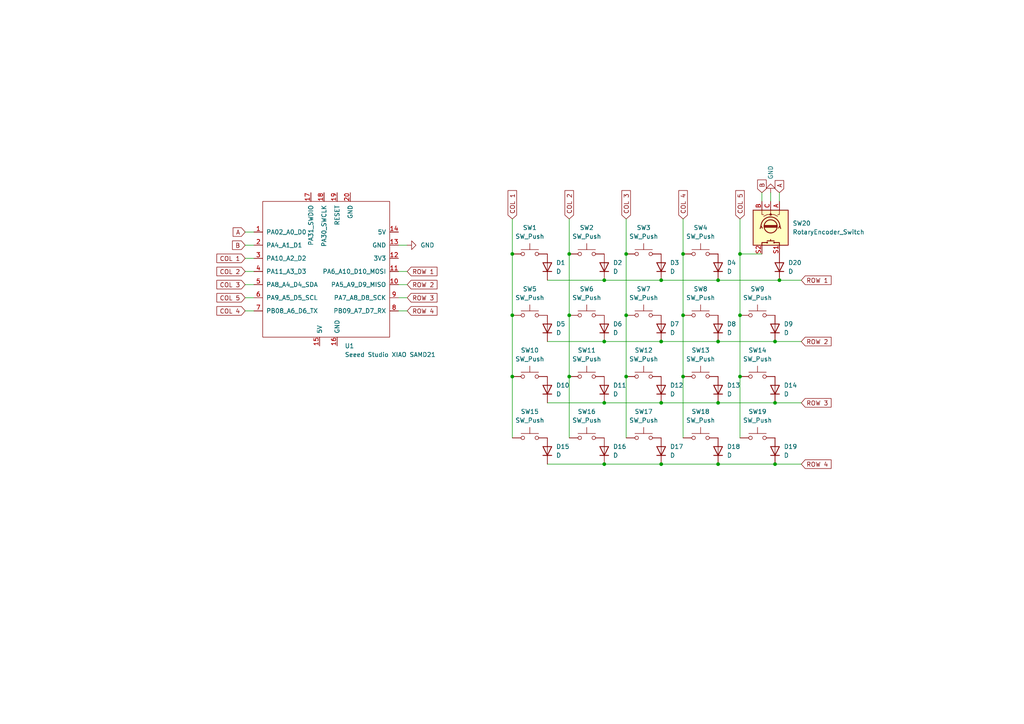
<source format=kicad_sch>
(kicad_sch (version 20231120) (generator "eeschema") (generator_version "8.0")
  (paper "A4")
  (lib_symbols
    (symbol "Device:D" (pin_numbers hide) (pin_names (offset 1.016) hide)
      (property "Reference" "D" (at 0 2.54 0))
      (property "Value" "D" (at 0 -2.54 0))
      (symbol "D_0_1"
        (polyline (pts (xy -1.27 1.27) (xy -1.27 -1.27)) (stroke (width 0.254)))
        (polyline (pts (xy 1.27 0) (xy -1.27 0)))
        (polyline (pts (xy 1.27 1.27) (xy 1.27 -1.27) (xy -1.27 0) (xy 1.27 1.27)) (stroke (width 0.254)))
      )
      (symbol "D_1_1"
        (pin passive line (at -3.81 0 0) (length 2.54) (name "K") (number "1"))
        (pin passive line (at 3.81 0 180) (length 2.54) (name "A") (number "2"))
      )
    )
    (symbol "Device:RotaryEncoder_Switch" (pin_names (offset 0.254) hide)
      (property "Reference" "SW" (at 0 6.604 0))
      (property "Value" "RotaryEncoder_Switch" (at 0 -6.604 0))
      (symbol "RotaryEncoder_Switch_0_1"
        (rectangle (start -5.08 5.08) (end 5.08 -5.08) (stroke (width 0.254)) (fill (type background)))
        (circle (center -3.81 0) (radius 0.254) (fill (type outline)))
        (circle (center -0.381 0) (radius 1.905) (stroke (width 0.254)))
        (arc (start -0.381 2.667) (mid -3.0988 -0.0635) (end -0.381 -2.794) (stroke (width 0.254)))
        (polyline (pts (xy -0.635 -1.778) (xy -0.635 1.778)) (stroke (width 0.254)))
        (polyline (pts (xy -0.381 -1.778) (xy -0.381 1.778)) (stroke (width 0.254)))
        (polyline (pts (xy -0.127 1.778) (xy -0.127 -1.778)) (stroke (width 0.254)))
        (polyline (pts (xy 3.81 0) (xy 3.429 0)) (stroke (width 0.254)))
        (polyline (pts (xy 3.81 1.016) (xy 3.81 -1.016)) (stroke (width 0.254)))
        (polyline (pts (xy -5.08 -2.54) (xy -3.81 -2.54) (xy -3.81 -2.032)))
        (polyline (pts (xy -5.08 2.54) (xy -3.81 2.54) (xy -3.81 2.032)))
        (polyline (pts (xy 0.254 -3.048) (xy -0.508 -2.794) (xy 0.127 -2.413)) (stroke (width 0.254)))
        (polyline (pts (xy 0.254 2.921) (xy -0.508 2.667) (xy 0.127 2.286)) (stroke (width 0.254)))
        (polyline (pts (xy 5.08 -2.54) (xy 4.318 -2.54) (xy 4.318 -1.016)) (stroke (width 0.254)))
        (polyline (pts (xy 5.08 2.54) (xy 4.318 2.54) (xy 4.318 1.016)) (stroke (width 0.254)))
        (polyline (pts (xy -5.08 0) (xy -3.81 0) (xy -3.81 -1.016) (xy -3.302 -2.032)))
        (polyline (pts (xy -4.318 0) (xy -3.81 0) (xy -3.81 1.016) (xy -3.302 2.032)))
        (circle (center 4.318 -1.016) (radius 0.127) (stroke (width 0.254)))
        (circle (center 4.318 1.016) (radius 0.127) (stroke (width 0.254)))
      )
      (symbol "RotaryEncoder_Switch_1_1"
        (pin passive line (at -7.62 2.54 0) (length 2.54) (name "A") (number "A"))
        (pin passive line (at -7.62 -2.54 0) (length 2.54) (name "B") (number "B"))
        (pin passive line (at -7.62 0 0) (length 2.54) (name "C") (number "C"))
        (pin passive line (at 7.62 2.54 180) (length 2.54) (name "S1") (number "S1"))
        (pin passive line (at 7.62 -2.54 180) (length 2.54) (name "S2") (number "S2"))
      )
    )
    (symbol "Seeed_Studio_XIAO_Series:Seeed Studio XIAO SAMD21" (pin_names (offset 1.016))
      (property "Reference" "U" (at -19.05 22.86 0))
      (property "Value" "Seeed Studio XIAO SAMD21" (at -12.7 21.59 0))
      (symbol "Seeed Studio XIAO SAMD21_0_1"
        (rectangle (start -19.05 20.32) (end 17.78 -19.05))
      )
      (symbol "Seeed Studio XIAO SAMD21_1_1"
        (pin unspecified line (at -21.59 11.43 0) (length 2.54) (name "PA02_A0_D0") (number "1"))
        (pin unspecified line (at 20.32 -3.81 180) (length 2.54) (name "PA5_A9_D9_MISO") (number "10"))
        (pin unspecified line (at 20.32 0 180) (length 2.54) (name "PA6_A10_D10_MOSI") (number "11"))
        (pin unspecified line (at 20.32 3.81 180) (length 2.54) (name "3V3") (number "12"))
        (pin unspecified line (at 20.32 7.62 180) (length 2.54) (name "GND") (number "13"))
        (pin unspecified line (at 20.32 11.43 180) (length 2.54) (name "5V") (number "14"))
        (pin input line (at -2.54 -21.59 90) (length 2.54) (name "5V") (number "15"))
        (pin input line (at 2.54 -21.59 90) (length 2.54) (name "GND") (number "16"))
        (pin input line (at -5.08 22.86 270) (length 2.54) (name "PA31_SWDIO") (number "17"))
        (pin input line (at -1.27 22.86 270) (length 2.54) (name "PA30_SWCLK") (number "18"))
        (pin input line (at 2.54 22.86 270) (length 2.54) (name "RESET") (number "19"))
        (pin unspecified line (at -21.59 7.62 0) (length 2.54) (name "PA4_A1_D1") (number "2"))
        (pin input line (at 6.35 22.86 270) (length 2.54) (name "GND") (number "20"))
        (pin unspecified line (at -21.59 3.81 0) (length 2.54) (name "PA10_A2_D2") (number "3"))
        (pin unspecified line (at -21.59 0 0) (length 2.54) (name "PA11_A3_D3") (number "4"))
        (pin unspecified line (at -21.59 -3.81 0) (length 2.54) (name "PA8_A4_D4_SDA") (number "5"))
        (pin unspecified line (at -21.59 -7.62 0) (length 2.54) (name "PA9_A5_D5_SCL") (number "6"))
        (pin unspecified line (at -21.59 -11.43 0) (length 2.54) (name "PB08_A6_D6_TX") (number "7"))
        (pin unspecified line (at 20.32 -11.43 180) (length 2.54) (name "PB09_A7_D7_RX") (number "8"))
        (pin unspecified line (at 20.32 -7.62 180) (length 2.54) (name "PA7_A8_D8_SCK") (number "9"))
      )
    )
    (symbol "Switch:SW_Push" (pin_numbers hide) (pin_names (offset 1.016) hide)
      (property "Reference" "SW" (at 1.27 2.54 0))
      (property "Value" "SW_Push" (at 0 -1.524 0))
      (symbol "SW_Push_0_1"
        (circle (center -2.032 0) (radius 0.508))
        (polyline (pts (xy 0 1.27) (xy 0 3.048)))
        (polyline (pts (xy 2.54 1.27) (xy -2.54 1.27)))
        (circle (center 2.032 0) (radius 0.508))
        (pin passive line (at -5.08 0 0) (length 2.54) (name "1") (number "1"))
        (pin passive line (at 5.08 0 180) (length 2.54) (name "2") (number "2"))
      )
    )
    (symbol "power:GND" (power) (pin_numbers hide) (pin_names (offset 0) hide)
      (property "Value" "GND" (at 0 -3.81 0))
      (symbol "GND_0_1"
        (polyline (pts (xy 0 0) (xy 0 -1.27) (xy 1.27 -1.27) (xy 0 -2.54) (xy -1.27 -1.27) (xy 0 -1.27)))
      )
      (symbol "GND_1_1"
        (pin power_in line (at 0 0 270) (length 0) (name "~") (number "1"))
      )
    )
  )
  (junction (at 165.1 73.66))
  (junction (at 214.63 73.66))
  (junction (at 214.63 109.22))
  (junction (at 198.12 91.44))
  (junction (at 165.1 91.44))
  (junction (at 148.59 73.66))
  (junction (at 181.61 73.66))
  (junction (at 175.26 134.62))
  (junction (at 148.59 109.22))
  (junction (at 198.12 73.66))
  (junction (at 214.63 91.44))
  (junction (at 208.28 134.62))
  (junction (at 198.12 109.22))
  (junction (at 191.77 99.06))
  (junction (at 175.26 81.28))
  (junction (at 224.79 99.06))
  (junction (at 224.79 116.84))
  (junction (at 208.28 81.28))
  (junction (at 208.28 116.84))
  (junction (at 181.61 109.22))
  (junction (at 175.26 116.84))
  (junction (at 191.77 134.62))
  (junction (at 226.06 81.28))
  (junction (at 224.79 134.62))
  (junction (at 165.1 109.22))
  (junction (at 148.59 91.44))
  (junction (at 175.26 99.06))
  (junction (at 181.61 91.44))
  (junction (at 208.28 99.06))
  (junction (at 191.77 116.84))
  (junction (at 191.77 81.28))
  (wire (pts (xy 71.12 82.55) (xy 73.66 82.55)))
  (wire (pts (xy 181.61 63.5) (xy 181.61 73.66)))
  (wire (pts (xy 226.06 58.42) (xy 226.06 55.88)))
  (wire (pts (xy 148.59 73.66) (xy 148.59 91.44)))
  (wire (pts (xy 208.28 99.06) (xy 224.79 99.06)))
  (wire (pts (xy 214.63 109.22) (xy 214.63 127)))
  (wire (pts (xy 224.79 99.06) (xy 232.41 99.06)))
  (wire (pts (xy 198.12 109.22) (xy 198.12 127)))
  (wire (pts (xy 175.26 116.84) (xy 191.77 116.84)))
  (wire (pts (xy 158.75 81.28) (xy 175.26 81.28)))
  (wire (pts (xy 181.61 73.66) (xy 181.61 91.44)))
  (wire (pts (xy 214.63 63.5) (xy 214.63 73.66)))
  (wire (pts (xy 191.77 99.06) (xy 208.28 99.06)))
  (wire (pts (xy 158.75 116.84) (xy 175.26 116.84)))
  (wire (pts (xy 224.79 116.84) (xy 232.41 116.84)))
  (wire (pts (xy 165.1 63.5) (xy 165.1 73.66)))
  (wire (pts (xy 115.57 71.12) (xy 118.11 71.12)))
  (wire (pts (xy 181.61 109.22) (xy 181.61 127)))
  (wire (pts (xy 208.28 134.62) (xy 224.79 134.62)))
  (wire (pts (xy 71.12 90.17) (xy 73.66 90.17)))
  (wire (pts (xy 148.59 63.5) (xy 148.59 73.66)))
  (wire (pts (xy 198.12 73.66) (xy 198.12 91.44)))
  (wire (pts (xy 115.57 82.55) (xy 118.11 82.55)))
  (wire (pts (xy 214.63 73.66) (xy 214.63 91.44)))
  (wire (pts (xy 115.57 90.17) (xy 118.11 90.17)))
  (wire (pts (xy 198.12 63.5) (xy 198.12 73.66)))
  (wire (pts (xy 191.77 81.28) (xy 208.28 81.28)))
  (wire (pts (xy 71.12 67.31) (xy 73.66 67.31)))
  (wire (pts (xy 71.12 78.74) (xy 73.66 78.74)))
  (wire (pts (xy 226.06 81.28) (xy 232.41 81.28)))
  (wire (pts (xy 214.63 73.66) (xy 220.98 73.66)))
  (wire (pts (xy 198.12 91.44) (xy 198.12 109.22)))
  (wire (pts (xy 175.26 134.62) (xy 191.77 134.62)))
  (wire (pts (xy 148.59 91.44) (xy 148.59 109.22)))
  (wire (pts (xy 165.1 73.66) (xy 165.1 91.44)))
  (wire (pts (xy 148.59 109.22) (xy 148.59 127)))
  (wire (pts (xy 191.77 116.84) (xy 208.28 116.84)))
  (wire (pts (xy 191.77 134.62) (xy 208.28 134.62)))
  (wire (pts (xy 223.52 58.42) (xy 223.52 55.88)))
  (wire (pts (xy 224.79 134.62) (xy 232.41 134.62)))
  (wire (pts (xy 208.28 116.84) (xy 224.79 116.84)))
  (wire (pts (xy 208.28 81.28) (xy 226.06 81.28)))
  (wire (pts (xy 71.12 86.36) (xy 73.66 86.36)))
  (wire (pts (xy 175.26 81.28) (xy 191.77 81.28)))
  (wire (pts (xy 71.12 71.12) (xy 73.66 71.12)))
  (wire (pts (xy 214.63 91.44) (xy 214.63 109.22)))
  (wire (pts (xy 165.1 109.22) (xy 165.1 127)))
  (wire (pts (xy 158.75 99.06) (xy 175.26 99.06)))
  (wire (pts (xy 220.98 58.42) (xy 220.98 55.88)))
  (wire (pts (xy 115.57 78.74) (xy 118.11 78.74)))
  (wire (pts (xy 115.57 86.36) (xy 118.11 86.36)))
  (wire (pts (xy 165.1 91.44) (xy 165.1 109.22)))
  (wire (pts (xy 175.26 99.06) (xy 191.77 99.06)))
  (wire (pts (xy 181.61 91.44) (xy 181.61 109.22)))
  (wire (pts (xy 71.12 74.93) (xy 73.66 74.93)))
  (wire (pts (xy 158.75 134.62) (xy 175.26 134.62)))
  (global_label "ROW 4" (shape input) (at 232.41 134.62 0) (property "Intersheetrefs" "${INTERSHEET_REFS}" (effects (hide yes))))
  (global_label "ROW 4" (shape input) (at 118.11 90.17 0) (property "Intersheetrefs" "${INTERSHEET_REFS}" (effects (hide yes))))
  (global_label "ROW 2" (shape input) (at 232.41 99.06 0) (property "Intersheetrefs" "${INTERSHEET_REFS}" (effects (hide yes))))
  (global_label "COL 5" (shape input) (at 71.12 86.36 180) (property "Intersheetrefs" "${INTERSHEET_REFS}" (effects (hide yes))))
  (global_label "ROW 2" (shape input) (at 118.11 82.55 0) (property "Intersheetrefs" "${INTERSHEET_REFS}" (effects (hide yes))))
  (global_label "A" (shape input) (at 226.06 55.88 90) (property "Intersheetrefs" "${INTERSHEET_REFS}" (effects (hide yes))))
  (global_label "COL 3" (shape input) (at 71.12 82.55 180) (property "Intersheetrefs" "${INTERSHEET_REFS}" (effects (hide yes))))
  (global_label "COL 2" (shape input) (at 71.12 78.74 180) (property "Intersheetrefs" "${INTERSHEET_REFS}" (effects (hide yes))))
  (global_label "ROW 1" (shape input) (at 118.11 78.74 0) (property "Intersheetrefs" "${INTERSHEET_REFS}" (effects (hide yes))))
  (global_label "COL 4" (shape input) (at 71.12 90.17 180) (property "Intersheetrefs" "${INTERSHEET_REFS}" (effects (hide yes))))
  (global_label "COL 3" (shape input) (at 181.61 63.5 90) (property "Intersheetrefs" "${INTERSHEET_REFS}" (effects (hide yes))))
  (global_label "COL 1" (shape input) (at 148.59 63.5 90) (property "Intersheetrefs" "${INTERSHEET_REFS}" (effects (hide yes))))
  (global_label "B" (shape input) (at 220.98 55.88 90) (property "Intersheetrefs" "${INTERSHEET_REFS}" (effects (hide yes))))
  (global_label "COL 4" (shape input) (at 198.12 63.5 90) (property "Intersheetrefs" "${INTERSHEET_REFS}" (effects (hide yes))))
  (global_label "COL 1" (shape input) (at 71.12 74.93 180) (property "Intersheetrefs" "${INTERSHEET_REFS}" (effects (hide yes))))
  (global_label "B" (shape input) (at 71.12 71.12 180) (property "Intersheetrefs" "${INTERSHEET_REFS}" (effects (hide yes))))
  (global_label "ROW 1" (shape input) (at 232.41 81.28 0) (property "Intersheetrefs" "${INTERSHEET_REFS}" (effects (hide yes))))
  (global_label "ROW 3" (shape input) (at 232.41 116.84 0) (property "Intersheetrefs" "${INTERSHEET_REFS}" (effects (hide yes))))
  (global_label "ROW 3" (shape input) (at 118.11 86.36 0) (property "Intersheetrefs" "${INTERSHEET_REFS}" (effects (hide yes))))
  (global_label "COL 5" (shape input) (at 214.63 63.5 90) (property "Intersheetrefs" "${INTERSHEET_REFS}" (effects (hide yes))))
  (global_label "COL 2" (shape input) (at 165.1 63.5 90) (property "Intersheetrefs" "${INTERSHEET_REFS}" (effects (hide yes))))
  (global_label "A" (shape input) (at 71.12 67.31 180) (property "Intersheetrefs" "${INTERSHEET_REFS}" (effects (hide yes))))
  (symbol (lib_id "Switch:SW_Push") (at 153.67 73.66 0) (unit 1)
    (property "Reference" "SW1" (at 153.67 66.04 0))
    (property "Value" "SW_Push" (at 153.67 68.58 0))
    (property "Footprint" "Button_Switch_Keyboard:SW_Cherry_MX_1.00u_PCB_3D" (effects (hide yes)))
    (property "Description" "Push button switch, generic, two pins" (effects (hide yes)))
  )
  (symbol (lib_id "Switch:SW_Push") (at 203.2 91.44 0) (unit 1)
    (property "Reference" "SW8" (at 203.2 83.82 0))
    (property "Value" "SW_Push" (at 203.2 86.36 0))
    (property "Footprint" "Button_Switch_Keyboard:SW_Cherry_MX_1.00u_PCB_3D" (effects (hide yes)))
    (property "Description" "Push button switch, generic, two pins" (effects (hide yes)))
  )
  (symbol (lib_id "Device:D") (at 226.06 77.47 90) (unit 1)
    (property "Reference" "D20" (at 228.6 76.1999 90) (effects (justify right)))
    (property "Value" "D" (at 228.6 78.7399 90) (effects (justify right)))
    (property "Footprint" "Diode_THT:D_DO-35_SOD27_P7.62mm_Horizontal" (effects (hide yes)))
    (property "Description" "Diode" (effects (hide yes)))
    (property "Sim.Device" "D" (effects (hide yes)))
    (property "Sim.Pins" "1=K 2=A" (effects (hide yes)))
  )
  (symbol (lib_id "Switch:SW_Push") (at 170.18 127 0) (unit 1)
    (property "Reference" "SW16" (at 170.18 119.38 0))
    (property "Value" "SW_Push" (at 170.18 121.92 0))
    (property "Footprint" "Button_Switch_Keyboard:SW_Cherry_MX_1.00u_PCB_3D" (effects (hide yes)))
    (property "Description" "Push button switch, generic, two pins" (effects (hide yes)))
  )
  (symbol (lib_id "Switch:SW_Push") (at 203.2 73.66 0) (unit 1)
    (property "Reference" "SW4" (at 203.2 66.04 0))
    (property "Value" "SW_Push" (at 203.2 68.58 0))
    (property "Footprint" "Button_Switch_Keyboard:SW_Cherry_MX_1.00u_PCB_3D" (effects (hide yes)))
    (property "Description" "Push button switch, generic, two pins" (effects (hide yes)))
  )
  (symbol (lib_id "Switch:SW_Push") (at 203.2 127 0) (unit 1)
    (property "Reference" "SW18" (at 203.2 119.38 0))
    (property "Value" "SW_Push" (at 203.2 121.92 0))
    (property "Footprint" "Button_Switch_Keyboard:SW_Cherry_MX_1.00u_PCB_3D" (effects (hide yes)))
    (property "Description" "Push button switch, generic, two pins" (effects (hide yes)))
  )
  (symbol (lib_id "Device:D") (at 191.77 77.47 90) (unit 1)
    (property "Reference" "D3" (at 194.31 76.1999 90) (effects (justify right)))
    (property "Value" "D" (at 194.31 78.7399 90) (effects (justify right)))
    (property "Footprint" "Diode_THT:D_DO-35_SOD27_P7.62mm_Horizontal" (effects (hide yes)))
    (property "Description" "Diode" (effects (hide yes)))
    (property "Sim.Device" "D" (effects (hide yes)))
    (property "Sim.Pins" "1=K 2=A" (effects (hide yes)))
  )
  (symbol (lib_id "Device:D") (at 208.28 77.47 90) (unit 1)
    (property "Reference" "D4" (at 210.82 76.1999 90) (effects (justify right)))
    (property "Value" "D" (at 210.82 78.7399 90) (effects (justify right)))
    (property "Footprint" "Diode_THT:D_DO-35_SOD27_P7.62mm_Horizontal" (effects (hide yes)))
    (property "Description" "Diode" (effects (hide yes)))
    (property "Sim.Device" "D" (effects (hide yes)))
    (property "Sim.Pins" "1=K 2=A" (effects (hide yes)))
  )
  (symbol (lib_id "Device:D") (at 191.77 130.81 90) (unit 1)
    (property "Reference" "D17" (at 194.31 129.5399 90) (effects (justify right)))
    (property "Value" "D" (at 194.31 132.0799 90) (effects (justify right)))
    (property "Footprint" "Diode_THT:D_DO-35_SOD27_P7.62mm_Horizontal" (effects (hide yes)))
    (property "Description" "Diode" (effects (hide yes)))
    (property "Sim.Device" "D" (effects (hide yes)))
    (property "Sim.Pins" "1=K 2=A" (effects (hide yes)))
  )
  (symbol (lib_id "Device:D") (at 191.77 95.25 90) (unit 1)
    (property "Reference" "D7" (at 194.31 93.9799 90) (effects (justify right)))
    (property "Value" "D" (at 194.31 96.5199 90) (effects (justify right)))
    (property "Footprint" "Diode_THT:D_DO-35_SOD27_P7.62mm_Horizontal" (effects (hide yes)))
    (property "Description" "Diode" (effects (hide yes)))
    (property "Sim.Device" "D" (effects (hide yes)))
    (property "Sim.Pins" "1=K 2=A" (effects (hide yes)))
  )
  (symbol (lib_id "Switch:SW_Push") (at 170.18 73.66 0) (unit 1)
    (property "Reference" "SW2" (at 170.18 66.04 0))
    (property "Value" "SW_Push" (at 170.18 68.58 0))
    (property "Footprint" "Button_Switch_Keyboard:SW_Cherry_MX_1.00u_PCB_3D" (effects (hide yes)))
    (property "Description" "Push button switch, generic, two pins" (effects (hide yes)))
  )
  (symbol (lib_id "Device:D") (at 158.75 113.03 90) (unit 1)
    (property "Reference" "D10" (at 161.29 111.7599 90) (effects (justify right)))
    (property "Value" "D" (at 161.29 114.2999 90) (effects (justify right)))
    (property "Footprint" "Diode_THT:D_DO-35_SOD27_P7.62mm_Horizontal" (effects (hide yes)))
    (property "Description" "Diode" (effects (hide yes)))
    (property "Sim.Device" "D" (effects (hide yes)))
    (property "Sim.Pins" "1=K 2=A" (effects (hide yes)))
  )
  (symbol (lib_id "Device:D") (at 208.28 113.03 90) (unit 1)
    (property "Reference" "D13" (at 210.82 111.7599 90) (effects (justify right)))
    (property "Value" "D" (at 210.82 114.2999 90) (effects (justify right)))
    (property "Footprint" "Diode_THT:D_DO-35_SOD27_P7.62mm_Horizontal" (effects (hide yes)))
    (property "Description" "Diode" (effects (hide yes)))
    (property "Sim.Device" "D" (effects (hide yes)))
    (property "Sim.Pins" "1=K 2=A" (effects (hide yes)))
  )
  (symbol (lib_id "power:GND") (at 118.11 71.12 90) (unit 1)
    (property "Reference" "#PWR02" (effects (hide yes)))
    (property "Value" "GND" (at 121.92 71.1199 90) (effects (justify right)))
    (property "Description" "Power symbol creates a global label with name \"GND\" , ground" (effects (hide yes)))
  )
  (symbol (lib_id "Device:D") (at 175.26 113.03 90) (unit 1)
    (property "Reference" "D11" (at 177.8 111.7599 90) (effects (justify right)))
    (property "Value" "D" (at 177.8 114.2999 90) (effects (justify right)))
    (property "Footprint" "Diode_THT:D_DO-35_SOD27_P7.62mm_Horizontal" (effects (hide yes)))
    (property "Description" "Diode" (effects (hide yes)))
    (property "Sim.Device" "D" (effects (hide yes)))
    (property "Sim.Pins" "1=K 2=A" (effects (hide yes)))
  )
  (symbol (lib_id "Switch:SW_Push") (at 186.69 73.66 0) (unit 1)
    (property "Reference" "SW3" (at 186.69 66.04 0))
    (property "Value" "SW_Push" (at 186.69 68.58 0))
    (property "Footprint" "Button_Switch_Keyboard:SW_Cherry_MX_1.00u_PCB_3D" (effects (hide yes)))
    (property "Description" "Push button switch, generic, two pins" (effects (hide yes)))
  )
  (symbol (lib_id "Device:D") (at 158.75 77.47 90) (unit 1)
    (property "Reference" "D1" (at 161.29 76.1999 90) (effects (justify right)))
    (property "Value" "D" (at 161.29 78.7399 90) (effects (justify right)))
    (property "Footprint" "Diode_THT:D_DO-35_SOD27_P7.62mm_Horizontal" (effects (hide yes)))
    (property "Description" "Diode" (effects (hide yes)))
    (property "Sim.Device" "D" (effects (hide yes)))
    (property "Sim.Pins" "1=K 2=A" (effects (hide yes)))
  )
  (symbol (lib_id "Device:D") (at 191.77 113.03 90) (unit 1)
    (property "Reference" "D12" (at 194.31 111.7599 90) (effects (justify right)))
    (property "Value" "D" (at 194.31 114.2999 90) (effects (justify right)))
    (property "Footprint" "Diode_THT:D_DO-35_SOD27_P7.62mm_Horizontal" (effects (hide yes)))
    (property "Description" "Diode" (effects (hide yes)))
    (property "Sim.Device" "D" (effects (hide yes)))
    (property "Sim.Pins" "1=K 2=A" (effects (hide yes)))
  )
  (symbol (lib_id "Device:D") (at 175.26 130.81 90) (unit 1)
    (property "Reference" "D16" (at 177.8 129.5399 90) (effects (justify right)))
    (property "Value" "D" (at 177.8 132.0799 90) (effects (justify right)))
    (property "Footprint" "Diode_THT:D_DO-35_SOD27_P7.62mm_Horizontal" (effects (hide yes)))
    (property "Description" "Diode" (effects (hide yes)))
    (property "Sim.Device" "D" (effects (hide yes)))
    (property "Sim.Pins" "1=K 2=A" (effects (hide yes)))
  )
  (symbol (lib_id "Switch:SW_Push") (at 170.18 109.22 0) (unit 1)
    (property "Reference" "SW11" (at 170.18 101.6 0))
    (property "Value" "SW_Push" (at 170.18 104.14 0))
    (property "Footprint" "Button_Switch_Keyboard:SW_Cherry_MX_1.00u_PCB_3D" (effects (hide yes)))
    (property "Description" "Push button switch, generic, two pins" (effects (hide yes)))
  )
  (symbol (lib_id "Device:D") (at 158.75 130.81 90) (unit 1)
    (property "Reference" "D15" (at 161.29 129.5399 90) (effects (justify right)))
    (property "Value" "D" (at 161.29 132.0799 90) (effects (justify right)))
    (property "Footprint" "Diode_THT:D_DO-35_SOD27_P7.62mm_Horizontal" (effects (hide yes)))
    (property "Description" "Diode" (effects (hide yes)))
    (property "Sim.Device" "D" (effects (hide yes)))
    (property "Sim.Pins" "1=K 2=A" (effects (hide yes)))
  )
  (symbol (lib_id "power:GND") (at 223.52 55.88 180) (unit 1)
    (property "Reference" "#PWR03" (effects (hide yes)))
    (property "Value" "GND" (at 223.5199 52.07 90) (effects (justify right)))
    (property "Description" "Power symbol creates a global label with name \"GND\" , ground" (effects (hide yes)))
  )
  (symbol (lib_id "Switch:SW_Push") (at 186.69 91.44 0) (unit 1)
    (property "Reference" "SW7" (at 186.69 83.82 0))
    (property "Value" "SW_Push" (at 186.69 86.36 0))
    (property "Footprint" "Button_Switch_Keyboard:SW_Cherry_MX_1.00u_PCB_3D" (effects (hide yes)))
    (property "Description" "Push button switch, generic, two pins" (effects (hide yes)))
  )
  (symbol (lib_id "Switch:SW_Push") (at 219.71 91.44 0) (unit 1)
    (property "Reference" "SW9" (at 219.71 83.82 0))
    (property "Value" "SW_Push" (at 219.71 86.36 0))
    (property "Footprint" "Button_Switch_Keyboard:SW_Cherry_MX_1.00u_PCB_3D" (effects (hide yes)))
    (property "Description" "Push button switch, generic, two pins" (effects (hide yes)))
  )
  (symbol (lib_id "Device:D") (at 175.26 95.25 90) (unit 1)
    (property "Reference" "D6" (at 177.8 93.9799 90) (effects (justify right)))
    (property "Value" "D" (at 177.8 96.5199 90) (effects (justify right)))
    (property "Footprint" "Diode_THT:D_DO-35_SOD27_P7.62mm_Horizontal" (effects (hide yes)))
    (property "Description" "Diode" (effects (hide yes)))
    (property "Sim.Device" "D" (effects (hide yes)))
    (property "Sim.Pins" "1=K 2=A" (effects (hide yes)))
  )
  (symbol (lib_id "Switch:SW_Push") (at 203.2 109.22 0) (unit 1)
    (property "Reference" "SW13" (at 203.2 101.6 0))
    (property "Value" "SW_Push" (at 203.2 104.14 0))
    (property "Footprint" "Button_Switch_Keyboard:SW_Cherry_MX_1.00u_PCB_3D" (effects (hide yes)))
    (property "Description" "Push button switch, generic, two pins" (effects (hide yes)))
  )
  (symbol (lib_id "Switch:SW_Push") (at 186.69 127 0) (unit 1)
    (property "Reference" "SW17" (at 186.69 119.38 0))
    (property "Value" "SW_Push" (at 186.69 121.92 0))
    (property "Footprint" "Button_Switch_Keyboard:SW_Cherry_MX_1.00u_PCB_3D" (effects (hide yes)))
    (property "Description" "Push button switch, generic, two pins" (effects (hide yes)))
  )
  (symbol (lib_id "Switch:SW_Push") (at 153.67 127 0) (unit 1)
    (property "Reference" "SW15" (at 153.67 119.38 0))
    (property "Value" "SW_Push" (at 153.67 121.92 0))
    (property "Footprint" "Button_Switch_Keyboard:SW_Cherry_MX_1.00u_PCB_3D" (effects (hide yes)))
    (property "Description" "Push button switch, generic, two pins" (effects (hide yes)))
  )
  (symbol (lib_id "Device:D") (at 224.79 130.81 90) (unit 1)
    (property "Reference" "D19" (at 227.33 129.5399 90) (effects (justify right)))
    (property "Value" "D" (at 227.33 132.0799 90) (effects (justify right)))
    (property "Footprint" "Diode_THT:D_DO-35_SOD27_P7.62mm_Horizontal" (effects (hide yes)))
    (property "Description" "Diode" (effects (hide yes)))
    (property "Sim.Device" "D" (effects (hide yes)))
    (property "Sim.Pins" "1=K 2=A" (effects (hide yes)))
  )
  (symbol (lib_id "Switch:SW_Push") (at 170.18 91.44 0) (unit 1)
    (property "Reference" "SW6" (at 170.18 83.82 0))
    (property "Value" "SW_Push" (at 170.18 86.36 0))
    (property "Footprint" "Button_Switch_Keyboard:SW_Cherry_MX_1.00u_PCB_3D" (effects (hide yes)))
    (property "Description" "Push button switch, generic, two pins" (effects (hide yes)))
  )
  (symbol (lib_id "Device:D") (at 175.26 77.47 90) (unit 1)
    (property "Reference" "D2" (at 177.8 76.1999 90) (effects (justify right)))
    (property "Value" "D" (at 177.8 78.7399 90) (effects (justify right)))
    (property "Footprint" "Diode_THT:D_DO-35_SOD27_P7.62mm_Horizontal" (effects (hide yes)))
    (property "Description" "Diode" (effects (hide yes)))
    (property "Sim.Device" "D" (effects (hide yes)))
    (property "Sim.Pins" "1=K 2=A" (effects (hide yes)))
  )
  (symbol (lib_id "Device:D") (at 208.28 95.25 90) (unit 1)
    (property "Reference" "D8" (at 210.82 93.9799 90) (effects (justify right)))
    (property "Value" "D" (at 210.82 96.5199 90) (effects (justify right)))
    (property "Footprint" "Diode_THT:D_DO-35_SOD27_P7.62mm_Horizontal" (effects (hide yes)))
    (property "Description" "Diode" (effects (hide yes)))
    (property "Sim.Device" "D" (effects (hide yes)))
    (property "Sim.Pins" "1=K 2=A" (effects (hide yes)))
  )
  (symbol (lib_id "Device:D") (at 224.79 113.03 90) (unit 1)
    (property "Reference" "D14" (at 227.33 111.7599 90) (effects (justify right)))
    (property "Value" "D" (at 227.33 114.2999 90) (effects (justify right)))
    (property "Footprint" "Diode_THT:D_DO-35_SOD27_P7.62mm_Horizontal" (effects (hide yes)))
    (property "Description" "Diode" (effects (hide yes)))
    (property "Sim.Device" "D" (effects (hide yes)))
    (property "Sim.Pins" "1=K 2=A" (effects (hide yes)))
  )
  (symbol (lib_id "Switch:SW_Push") (at 219.71 127 0) (unit 1)
    (property "Reference" "SW19" (at 219.71 119.38 0))
    (property "Value" "SW_Push" (at 219.71 121.92 0))
    (property "Footprint" "Button_Switch_Keyboard:SW_Cherry_MX_1.00u_PCB_3D" (effects (hide yes)))
    (property "Description" "Push button switch, generic, two pins" (effects (hide yes)))
  )
  (symbol (lib_id "Switch:SW_Push") (at 153.67 109.22 0) (unit 1)
    (property "Reference" "SW10" (at 153.67 101.6 0))
    (property "Value" "SW_Push" (at 153.67 104.14 0))
    (property "Footprint" "Button_Switch_Keyboard:SW_Cherry_MX_1.00u_PCB_3D" (effects (hide yes)))
    (property "Description" "Push button switch, generic, two pins" (effects (hide yes)))
  )
  (symbol (lib_id "Seeed_Studio_XIAO_Series:Seeed Studio XIAO SAMD21") (at 95.25 78.74 0) (unit 1)
    (property "Reference" "U1" (at 99.9841 100.33 0) (effects (justify left)))
    (property "Value" "Seeed Studio XIAO SAMD21" (at 99.9841 102.87 0) (effects (justify left)))
    (property "Footprint" "Seeed Studio XIAO Series Library:XIAO-Generic-Thruhole-14P-2.54-21X17.8MM_3D" (effects (hide yes)))
  )
  (symbol (lib_id "Device:RotaryEncoder_Switch") (at 223.52 66.04 270) (unit 1)
    (property "Reference" "SW20" (at 229.87 64.7699 90) (effects (justify left)))
    (property "Value" "RotaryEncoder_Switch" (at 229.87 67.3099 90) (effects (justify left)))
    (property "Footprint" "Rotary_Encoder:RotaryEncoder_Alps_EC11E-Switch_Vertical_H20mm_3D" (effects (hide yes)))
    (property "Description" "Rotary encoder, dual channel, incremental quadrate outputs, with switch" (effects (hide yes)))
  )
  (symbol (lib_id "Device:D") (at 208.28 130.81 90) (unit 1)
    (property "Reference" "D18" (at 210.82 129.5399 90) (effects (justify right)))
    (property "Value" "D" (at 210.82 132.0799 90) (effects (justify right)))
    (property "Footprint" "Diode_THT:D_DO-35_SOD27_P7.62mm_Horizontal" (effects (hide yes)))
    (property "Description" "Diode" (effects (hide yes)))
    (property "Sim.Device" "D" (effects (hide yes)))
    (property "Sim.Pins" "1=K 2=A" (effects (hide yes)))
  )
  (symbol (lib_id "Switch:SW_Push") (at 219.71 109.22 0) (unit 1)
    (property "Reference" "SW14" (at 219.71 101.6 0))
    (property "Value" "SW_Push" (at 219.71 104.14 0))
    (property "Footprint" "Button_Switch_Keyboard:SW_Cherry_MX_1.00u_PCB_3D" (effects (hide yes)))
    (property "Description" "Push button switch, generic, two pins" (effects (hide yes)))
  )
  (symbol (lib_id "Switch:SW_Push") (at 186.69 109.22 0) (unit 1)
    (property "Reference" "SW12" (at 186.69 101.6 0))
    (property "Value" "SW_Push" (at 186.69 104.14 0))
    (property "Footprint" "Button_Switch_Keyboard:SW_Cherry_MX_1.00u_PCB_3D" (effects (hide yes)))
    (property "Description" "Push button switch, generic, two pins" (effects (hide yes)))
  )
  (symbol (lib_id "Device:D") (at 224.79 95.25 90) (unit 1)
    (property "Reference" "D9" (at 227.33 93.9799 90) (effects (justify right)))
    (property "Value" "D" (at 227.33 96.5199 90) (effects (justify right)))
    (property "Footprint" "Diode_THT:D_DO-35_SOD27_P7.62mm_Horizontal" (effects (hide yes)))
    (property "Description" "Diode" (effects (hide yes)))
    (property "Sim.Device" "D" (effects (hide yes)))
    (property "Sim.Pins" "1=K 2=A" (effects (hide yes)))
  )
  (symbol (lib_id "Device:D") (at 158.75 95.25 90) (unit 1)
    (property "Reference" "D5" (at 161.29 93.9799 90) (effects (justify right)))
    (property "Value" "D" (at 161.29 96.5199 90) (effects (justify right)))
    (property "Footprint" "Diode_THT:D_DO-35_SOD27_P7.62mm_Horizontal" (effects (hide yes)))
    (property "Description" "Diode" (effects (hide yes)))
    (property "Sim.Device" "D" (effects (hide yes)))
    (property "Sim.Pins" "1=K 2=A" (effects (hide yes)))
  )
  (symbol (lib_id "Switch:SW_Push") (at 153.67 91.44 0) (unit 1)
    (property "Reference" "SW5" (at 153.67 83.82 0))
    (property "Value" "SW_Push" (at 153.67 86.36 0))
    (property "Footprint" "Button_Switch_Keyboard:SW_Cherry_MX_1.00u_PCB_3D" (effects (hide yes)))
    (property "Description" "Push button switch, generic, two pins" (effects (hide yes)))
  )
)
</source>
